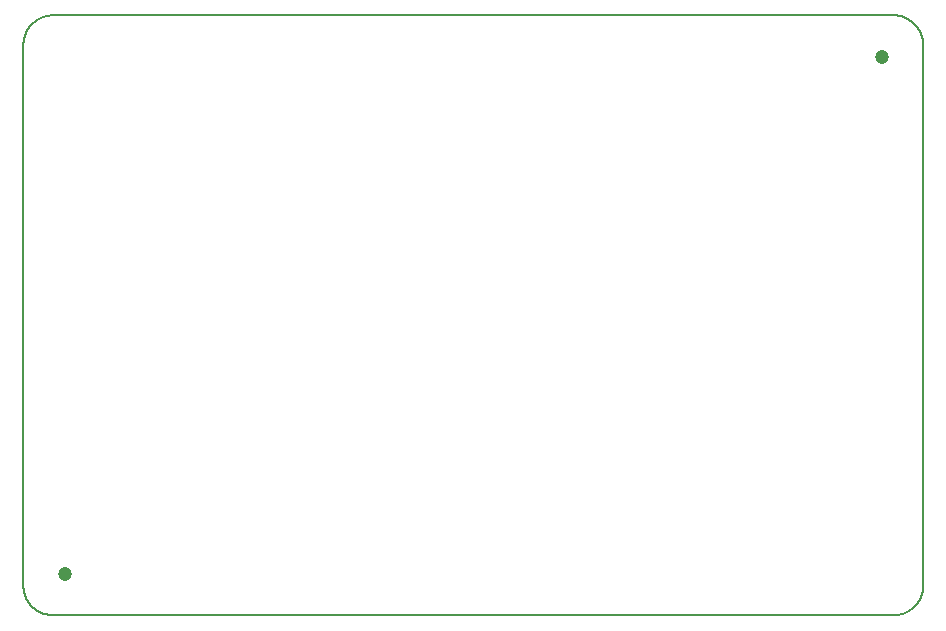
<source format=gbs>
G75*
%MOIN*%
%OFA0B0*%
%FSLAX25Y25*%
%IPPOS*%
%LPD*%
%AMOC8*
5,1,8,0,0,1.08239X$1,22.5*
%
%ADD10C,0.00500*%
%ADD11C,0.04737*%
D10*
X0015000Y0005000D02*
X0295000Y0005000D01*
X0295242Y0005003D01*
X0295483Y0005012D01*
X0295724Y0005026D01*
X0295965Y0005047D01*
X0296205Y0005073D01*
X0296445Y0005105D01*
X0296684Y0005143D01*
X0296921Y0005186D01*
X0297158Y0005236D01*
X0297393Y0005291D01*
X0297627Y0005351D01*
X0297859Y0005418D01*
X0298090Y0005489D01*
X0298319Y0005567D01*
X0298546Y0005650D01*
X0298771Y0005738D01*
X0298994Y0005832D01*
X0299214Y0005931D01*
X0299432Y0006036D01*
X0299647Y0006145D01*
X0299860Y0006260D01*
X0300070Y0006380D01*
X0300276Y0006505D01*
X0300480Y0006635D01*
X0300681Y0006770D01*
X0300878Y0006910D01*
X0301072Y0007054D01*
X0301262Y0007203D01*
X0301448Y0007357D01*
X0301631Y0007515D01*
X0301810Y0007677D01*
X0301985Y0007844D01*
X0302156Y0008015D01*
X0302323Y0008190D01*
X0302485Y0008369D01*
X0302643Y0008552D01*
X0302797Y0008738D01*
X0302946Y0008928D01*
X0303090Y0009122D01*
X0303230Y0009319D01*
X0303365Y0009520D01*
X0303495Y0009724D01*
X0303620Y0009930D01*
X0303740Y0010140D01*
X0303855Y0010353D01*
X0303964Y0010568D01*
X0304069Y0010786D01*
X0304168Y0011006D01*
X0304262Y0011229D01*
X0304350Y0011454D01*
X0304433Y0011681D01*
X0304511Y0011910D01*
X0304582Y0012141D01*
X0304649Y0012373D01*
X0304709Y0012607D01*
X0304764Y0012842D01*
X0304814Y0013079D01*
X0304857Y0013316D01*
X0304895Y0013555D01*
X0304927Y0013795D01*
X0304953Y0014035D01*
X0304974Y0014276D01*
X0304988Y0014517D01*
X0304997Y0014758D01*
X0305000Y0015000D01*
X0305000Y0195000D01*
X0304997Y0195242D01*
X0304988Y0195483D01*
X0304974Y0195724D01*
X0304953Y0195965D01*
X0304927Y0196205D01*
X0304895Y0196445D01*
X0304857Y0196684D01*
X0304814Y0196921D01*
X0304764Y0197158D01*
X0304709Y0197393D01*
X0304649Y0197627D01*
X0304582Y0197859D01*
X0304511Y0198090D01*
X0304433Y0198319D01*
X0304350Y0198546D01*
X0304262Y0198771D01*
X0304168Y0198994D01*
X0304069Y0199214D01*
X0303964Y0199432D01*
X0303855Y0199647D01*
X0303740Y0199860D01*
X0303620Y0200070D01*
X0303495Y0200276D01*
X0303365Y0200480D01*
X0303230Y0200681D01*
X0303090Y0200878D01*
X0302946Y0201072D01*
X0302797Y0201262D01*
X0302643Y0201448D01*
X0302485Y0201631D01*
X0302323Y0201810D01*
X0302156Y0201985D01*
X0301985Y0202156D01*
X0301810Y0202323D01*
X0301631Y0202485D01*
X0301448Y0202643D01*
X0301262Y0202797D01*
X0301072Y0202946D01*
X0300878Y0203090D01*
X0300681Y0203230D01*
X0300480Y0203365D01*
X0300276Y0203495D01*
X0300070Y0203620D01*
X0299860Y0203740D01*
X0299647Y0203855D01*
X0299432Y0203964D01*
X0299214Y0204069D01*
X0298994Y0204168D01*
X0298771Y0204262D01*
X0298546Y0204350D01*
X0298319Y0204433D01*
X0298090Y0204511D01*
X0297859Y0204582D01*
X0297627Y0204649D01*
X0297393Y0204709D01*
X0297158Y0204764D01*
X0296921Y0204814D01*
X0296684Y0204857D01*
X0296445Y0204895D01*
X0296205Y0204927D01*
X0295965Y0204953D01*
X0295724Y0204974D01*
X0295483Y0204988D01*
X0295242Y0204997D01*
X0295000Y0205000D01*
X0015000Y0205000D01*
X0014758Y0204997D01*
X0014517Y0204988D01*
X0014276Y0204974D01*
X0014035Y0204953D01*
X0013795Y0204927D01*
X0013555Y0204895D01*
X0013316Y0204857D01*
X0013079Y0204814D01*
X0012842Y0204764D01*
X0012607Y0204709D01*
X0012373Y0204649D01*
X0012141Y0204582D01*
X0011910Y0204511D01*
X0011681Y0204433D01*
X0011454Y0204350D01*
X0011229Y0204262D01*
X0011006Y0204168D01*
X0010786Y0204069D01*
X0010568Y0203964D01*
X0010353Y0203855D01*
X0010140Y0203740D01*
X0009930Y0203620D01*
X0009724Y0203495D01*
X0009520Y0203365D01*
X0009319Y0203230D01*
X0009122Y0203090D01*
X0008928Y0202946D01*
X0008738Y0202797D01*
X0008552Y0202643D01*
X0008369Y0202485D01*
X0008190Y0202323D01*
X0008015Y0202156D01*
X0007844Y0201985D01*
X0007677Y0201810D01*
X0007515Y0201631D01*
X0007357Y0201448D01*
X0007203Y0201262D01*
X0007054Y0201072D01*
X0006910Y0200878D01*
X0006770Y0200681D01*
X0006635Y0200480D01*
X0006505Y0200276D01*
X0006380Y0200070D01*
X0006260Y0199860D01*
X0006145Y0199647D01*
X0006036Y0199432D01*
X0005931Y0199214D01*
X0005832Y0198994D01*
X0005738Y0198771D01*
X0005650Y0198546D01*
X0005567Y0198319D01*
X0005489Y0198090D01*
X0005418Y0197859D01*
X0005351Y0197627D01*
X0005291Y0197393D01*
X0005236Y0197158D01*
X0005186Y0196921D01*
X0005143Y0196684D01*
X0005105Y0196445D01*
X0005073Y0196205D01*
X0005047Y0195965D01*
X0005026Y0195724D01*
X0005012Y0195483D01*
X0005003Y0195242D01*
X0005000Y0195000D01*
X0005000Y0015000D01*
X0005003Y0014758D01*
X0005012Y0014517D01*
X0005026Y0014276D01*
X0005047Y0014035D01*
X0005073Y0013795D01*
X0005105Y0013555D01*
X0005143Y0013316D01*
X0005186Y0013079D01*
X0005236Y0012842D01*
X0005291Y0012607D01*
X0005351Y0012373D01*
X0005418Y0012141D01*
X0005489Y0011910D01*
X0005567Y0011681D01*
X0005650Y0011454D01*
X0005738Y0011229D01*
X0005832Y0011006D01*
X0005931Y0010786D01*
X0006036Y0010568D01*
X0006145Y0010353D01*
X0006260Y0010140D01*
X0006380Y0009930D01*
X0006505Y0009724D01*
X0006635Y0009520D01*
X0006770Y0009319D01*
X0006910Y0009122D01*
X0007054Y0008928D01*
X0007203Y0008738D01*
X0007357Y0008552D01*
X0007515Y0008369D01*
X0007677Y0008190D01*
X0007844Y0008015D01*
X0008015Y0007844D01*
X0008190Y0007677D01*
X0008369Y0007515D01*
X0008552Y0007357D01*
X0008738Y0007203D01*
X0008928Y0007054D01*
X0009122Y0006910D01*
X0009319Y0006770D01*
X0009520Y0006635D01*
X0009724Y0006505D01*
X0009930Y0006380D01*
X0010140Y0006260D01*
X0010353Y0006145D01*
X0010568Y0006036D01*
X0010786Y0005931D01*
X0011006Y0005832D01*
X0011229Y0005738D01*
X0011454Y0005650D01*
X0011681Y0005567D01*
X0011910Y0005489D01*
X0012141Y0005418D01*
X0012373Y0005351D01*
X0012607Y0005291D01*
X0012842Y0005236D01*
X0013079Y0005186D01*
X0013316Y0005143D01*
X0013555Y0005105D01*
X0013795Y0005073D01*
X0014035Y0005047D01*
X0014276Y0005026D01*
X0014517Y0005012D01*
X0014758Y0005003D01*
X0015000Y0005000D01*
D11*
X0018780Y0018819D03*
X0291220Y0191220D03*
M02*

</source>
